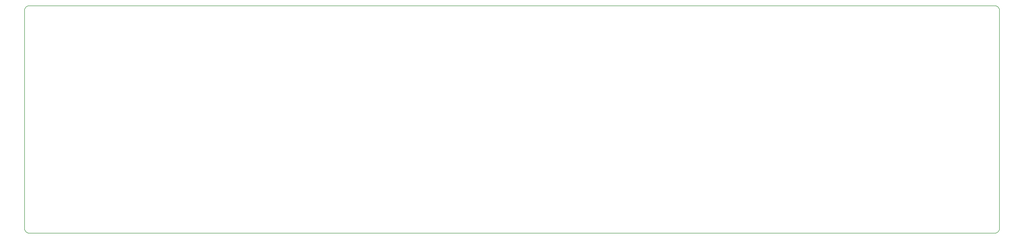
<source format=gko>
G04 DipTrace 2.4.0.2*
%INsensorclock.GKO*%
%MOMM*%
%ADD11C,0.14*%
%FSLAX53Y53*%
G04*
G71*
G90*
G75*
G01*
%LNBoardOutline*%
%LPD*%
X10000Y91280D2*
D11*
Y11270D1*
G03X11270Y10000I1826J556D01*
G01*
X361790D1*
G03X363060Y11270I-556J1826D01*
G01*
Y91280D1*
G03X361790Y92550I-1826J-556D01*
G01*
X11270D1*
G03X10000Y91280I556J-1826D01*
G01*
M02*

</source>
